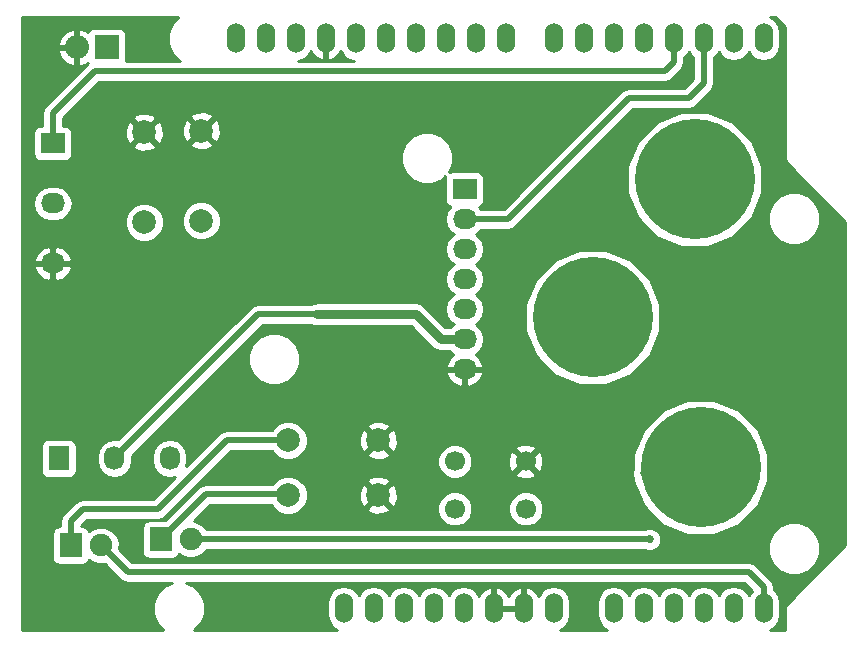
<source format=gtl>
G04 #@! TF.FileFunction,Copper,L1,Top,Signal*
%FSLAX46Y46*%
G04 Gerber Fmt 4.6, Leading zero omitted, Abs format (unit mm)*
G04 Created by KiCad (PCBNEW 4.0.1-3.201512221402+6198~38~ubuntu14.04.1-stable) date Sun 14 Feb 2016 09:49:56 PM PST*
%MOMM*%
G01*
G04 APERTURE LIST*
%ADD10C,0.100000*%
%ADD11O,1.524000X2.540000*%
%ADD12R,2.032000X1.727200*%
%ADD13O,2.032000X1.727200*%
%ADD14C,1.998980*%
%ADD15C,10.160000*%
%ADD16R,1.900000X2.000000*%
%ADD17C,1.900000*%
%ADD18R,2.032000X2.032000*%
%ADD19O,2.032000X2.032000*%
%ADD20C,1.700000*%
%ADD21R,1.727200X2.032000*%
%ADD22O,1.727200X2.032000*%
%ADD23C,0.685800*%
%ADD24C,0.508000*%
%ADD25C,0.762000*%
%ADD26C,0.330200*%
%ADD27C,0.254000*%
G04 APERTURE END LIST*
D10*
D11*
X151130000Y-115570000D03*
X148590000Y-115570000D03*
X146050000Y-115570000D03*
X138430000Y-115570000D03*
X140970000Y-115570000D03*
X143510000Y-115570000D03*
X133350000Y-115570000D03*
X130810000Y-115570000D03*
X128270000Y-115570000D03*
X123190000Y-115570000D03*
X120650000Y-115570000D03*
X151130000Y-67310000D03*
X148590000Y-67310000D03*
X146050000Y-67310000D03*
X143510000Y-67310000D03*
X140970000Y-67310000D03*
X138430000Y-67310000D03*
X135890000Y-67310000D03*
X133350000Y-67310000D03*
X129286000Y-67310000D03*
X126746000Y-67310000D03*
X124206000Y-67310000D03*
X121666000Y-67310000D03*
X119126000Y-67310000D03*
X116586000Y-67310000D03*
X114046000Y-67310000D03*
X111506000Y-67310000D03*
X125730000Y-115570000D03*
X108966000Y-67310000D03*
X106426000Y-67310000D03*
X118110000Y-115570000D03*
X115570000Y-115570000D03*
D12*
X125793500Y-80073500D03*
D13*
X125793500Y-82613500D03*
X125793500Y-85153500D03*
X125793500Y-87693500D03*
X125793500Y-90233500D03*
X125793500Y-92773500D03*
X125793500Y-95313500D03*
D14*
X110871000Y-101346000D03*
X118491000Y-101346000D03*
X110871000Y-105981500D03*
X118491000Y-105981500D03*
X103505000Y-82740500D03*
X103505000Y-75120500D03*
X98679000Y-82867500D03*
X98679000Y-75247500D03*
D15*
X145796000Y-103632000D03*
X145288000Y-79248000D03*
X136652000Y-90932000D03*
D16*
X92456000Y-110236000D03*
D17*
X94996000Y-110236000D03*
D16*
X100076000Y-109728000D03*
D17*
X102616000Y-109728000D03*
D12*
X90932000Y-76200000D03*
D13*
X90932000Y-81280000D03*
X90932000Y-86360000D03*
D18*
X95504000Y-68072000D03*
D19*
X92964000Y-68072000D03*
D20*
X130968000Y-107124000D03*
X124968000Y-107124000D03*
X130968000Y-103124000D03*
X124968000Y-103124000D03*
D21*
X91440000Y-102870000D03*
D22*
X96139000Y-102870000D03*
X100838000Y-102870000D03*
D23*
X113284000Y-90678000D03*
X141478000Y-109728000D03*
X140970000Y-104140000D03*
X144780000Y-74930000D03*
X133350000Y-87630000D03*
D24*
X125793500Y-92773500D02*
X125539500Y-92773500D01*
D25*
X113284000Y-90678000D02*
X121666000Y-90678000D01*
X123761500Y-92773500D02*
X125793500Y-92773500D01*
X121666000Y-90678000D02*
X123761500Y-92773500D01*
D24*
X112268000Y-90678000D02*
X113284000Y-90678000D01*
X125539500Y-92773500D02*
X125476000Y-92710000D01*
X112268000Y-90678000D02*
X108331000Y-90678000D01*
X108331000Y-90678000D02*
X96139000Y-102870000D01*
X92456000Y-110236000D02*
X92456000Y-108204000D01*
X105664000Y-101346000D02*
X110871000Y-101346000D01*
X99822000Y-107188000D02*
X105664000Y-101346000D01*
X93472000Y-107188000D02*
X99822000Y-107188000D01*
X92456000Y-108204000D02*
X93472000Y-107188000D01*
X149860000Y-112522000D02*
X97282000Y-112522000D01*
X97282000Y-112522000D02*
X94996000Y-110236000D01*
X151130000Y-115570000D02*
X151130000Y-113792000D01*
X151130000Y-113792000D02*
X149860000Y-112522000D01*
X100076000Y-109728000D02*
X103886000Y-105918000D01*
X103886000Y-105918000D02*
X110807500Y-105918000D01*
X110807500Y-105918000D02*
X110871000Y-105981500D01*
X102616000Y-109728000D02*
X141478000Y-109728000D01*
D26*
X140970000Y-104140000D02*
X141224000Y-103886000D01*
X141224000Y-103886000D02*
X145605500Y-103886000D01*
X144780000Y-74930000D02*
X145288000Y-75438000D01*
X145288000Y-75438000D02*
X145288000Y-78930500D01*
X133350000Y-87630000D02*
X135572500Y-89852500D01*
X135572500Y-89852500D02*
X135572500Y-91313000D01*
D24*
X125793500Y-82613500D02*
X129476500Y-82613500D01*
X146050000Y-71120000D02*
X144780000Y-72390000D01*
X144780000Y-72390000D02*
X139700000Y-72390000D01*
X139700000Y-72390000D02*
X135890000Y-76200000D01*
X146050000Y-71120000D02*
X146050000Y-67310000D01*
X129476500Y-82613500D02*
X135890000Y-76200000D01*
X143510000Y-69342000D02*
X143510000Y-67310000D01*
X142748000Y-70104000D02*
X143510000Y-69342000D01*
X94488000Y-70104000D02*
X142748000Y-70104000D01*
X90932000Y-73660000D02*
X94488000Y-70104000D01*
X90932000Y-76200000D02*
X90932000Y-73660000D01*
D27*
G36*
X150132336Y-114051572D02*
X149860000Y-114459150D01*
X149577828Y-114036851D01*
X149124609Y-113734019D01*
X148590000Y-113627679D01*
X148055391Y-113734019D01*
X147602172Y-114036851D01*
X147320000Y-114459150D01*
X147037828Y-114036851D01*
X146584609Y-113734019D01*
X146050000Y-113627679D01*
X145515391Y-113734019D01*
X145062172Y-114036851D01*
X144780000Y-114459150D01*
X144497828Y-114036851D01*
X144044609Y-113734019D01*
X143510000Y-113627679D01*
X142975391Y-113734019D01*
X142522172Y-114036851D01*
X142240000Y-114459150D01*
X141957828Y-114036851D01*
X141504609Y-113734019D01*
X140970000Y-113627679D01*
X140435391Y-113734019D01*
X139982172Y-114036851D01*
X139700000Y-114459150D01*
X139417828Y-114036851D01*
X138964609Y-113734019D01*
X138430000Y-113627679D01*
X137895391Y-113734019D01*
X137442172Y-114036851D01*
X137139340Y-114490070D01*
X137033000Y-115024679D01*
X137033000Y-116115321D01*
X137139340Y-116649930D01*
X137442172Y-117103149D01*
X137886440Y-117400000D01*
X133893560Y-117400000D01*
X134337828Y-117103149D01*
X134640660Y-116649930D01*
X134747000Y-116115321D01*
X134747000Y-115024679D01*
X134640660Y-114490070D01*
X134337828Y-114036851D01*
X133884609Y-113734019D01*
X133350000Y-113627679D01*
X132815391Y-113734019D01*
X132362172Y-114036851D01*
X132070670Y-114473113D01*
X132052059Y-114410059D01*
X131708026Y-113984370D01*
X131227277Y-113722740D01*
X131153070Y-113707780D01*
X130937000Y-113830280D01*
X130937000Y-115443000D01*
X130957000Y-115443000D01*
X130957000Y-115697000D01*
X130937000Y-115697000D01*
X130937000Y-115717000D01*
X130683000Y-115717000D01*
X130683000Y-115697000D01*
X128397000Y-115697000D01*
X128397000Y-115717000D01*
X128143000Y-115717000D01*
X128143000Y-115697000D01*
X128123000Y-115697000D01*
X128123000Y-115443000D01*
X128143000Y-115443000D01*
X128143000Y-113830280D01*
X128397000Y-113830280D01*
X128397000Y-115443000D01*
X130683000Y-115443000D01*
X130683000Y-113830280D01*
X130466930Y-113707780D01*
X130392723Y-113722740D01*
X129911974Y-113984370D01*
X129567941Y-114410059D01*
X129540000Y-114504723D01*
X129512059Y-114410059D01*
X129168026Y-113984370D01*
X128687277Y-113722740D01*
X128613070Y-113707780D01*
X128397000Y-113830280D01*
X128143000Y-113830280D01*
X127926930Y-113707780D01*
X127852723Y-113722740D01*
X127371974Y-113984370D01*
X127027941Y-114410059D01*
X127009330Y-114473113D01*
X126717828Y-114036851D01*
X126264609Y-113734019D01*
X125730000Y-113627679D01*
X125195391Y-113734019D01*
X124742172Y-114036851D01*
X124460000Y-114459150D01*
X124177828Y-114036851D01*
X123724609Y-113734019D01*
X123190000Y-113627679D01*
X122655391Y-113734019D01*
X122202172Y-114036851D01*
X121920000Y-114459150D01*
X121637828Y-114036851D01*
X121184609Y-113734019D01*
X120650000Y-113627679D01*
X120115391Y-113734019D01*
X119662172Y-114036851D01*
X119380000Y-114459150D01*
X119097828Y-114036851D01*
X118644609Y-113734019D01*
X118110000Y-113627679D01*
X117575391Y-113734019D01*
X117122172Y-114036851D01*
X116840000Y-114459150D01*
X116557828Y-114036851D01*
X116104609Y-113734019D01*
X115570000Y-113627679D01*
X115035391Y-113734019D01*
X114582172Y-114036851D01*
X114279340Y-114490070D01*
X114173000Y-115024679D01*
X114173000Y-116115321D01*
X114279340Y-116649930D01*
X114582172Y-117103149D01*
X115026440Y-117400000D01*
X102912639Y-117400000D01*
X103483045Y-116830589D01*
X103822113Y-116014022D01*
X103822885Y-115129857D01*
X103485242Y-114312700D01*
X102860589Y-113686955D01*
X102196015Y-113411000D01*
X149491764Y-113411000D01*
X150132336Y-114051572D01*
X150132336Y-114051572D01*
G37*
X150132336Y-114051572D02*
X149860000Y-114459150D01*
X149577828Y-114036851D01*
X149124609Y-113734019D01*
X148590000Y-113627679D01*
X148055391Y-113734019D01*
X147602172Y-114036851D01*
X147320000Y-114459150D01*
X147037828Y-114036851D01*
X146584609Y-113734019D01*
X146050000Y-113627679D01*
X145515391Y-113734019D01*
X145062172Y-114036851D01*
X144780000Y-114459150D01*
X144497828Y-114036851D01*
X144044609Y-113734019D01*
X143510000Y-113627679D01*
X142975391Y-113734019D01*
X142522172Y-114036851D01*
X142240000Y-114459150D01*
X141957828Y-114036851D01*
X141504609Y-113734019D01*
X140970000Y-113627679D01*
X140435391Y-113734019D01*
X139982172Y-114036851D01*
X139700000Y-114459150D01*
X139417828Y-114036851D01*
X138964609Y-113734019D01*
X138430000Y-113627679D01*
X137895391Y-113734019D01*
X137442172Y-114036851D01*
X137139340Y-114490070D01*
X137033000Y-115024679D01*
X137033000Y-116115321D01*
X137139340Y-116649930D01*
X137442172Y-117103149D01*
X137886440Y-117400000D01*
X133893560Y-117400000D01*
X134337828Y-117103149D01*
X134640660Y-116649930D01*
X134747000Y-116115321D01*
X134747000Y-115024679D01*
X134640660Y-114490070D01*
X134337828Y-114036851D01*
X133884609Y-113734019D01*
X133350000Y-113627679D01*
X132815391Y-113734019D01*
X132362172Y-114036851D01*
X132070670Y-114473113D01*
X132052059Y-114410059D01*
X131708026Y-113984370D01*
X131227277Y-113722740D01*
X131153070Y-113707780D01*
X130937000Y-113830280D01*
X130937000Y-115443000D01*
X130957000Y-115443000D01*
X130957000Y-115697000D01*
X130937000Y-115697000D01*
X130937000Y-115717000D01*
X130683000Y-115717000D01*
X130683000Y-115697000D01*
X128397000Y-115697000D01*
X128397000Y-115717000D01*
X128143000Y-115717000D01*
X128143000Y-115697000D01*
X128123000Y-115697000D01*
X128123000Y-115443000D01*
X128143000Y-115443000D01*
X128143000Y-113830280D01*
X128397000Y-113830280D01*
X128397000Y-115443000D01*
X130683000Y-115443000D01*
X130683000Y-113830280D01*
X130466930Y-113707780D01*
X130392723Y-113722740D01*
X129911974Y-113984370D01*
X129567941Y-114410059D01*
X129540000Y-114504723D01*
X129512059Y-114410059D01*
X129168026Y-113984370D01*
X128687277Y-113722740D01*
X128613070Y-113707780D01*
X128397000Y-113830280D01*
X128143000Y-113830280D01*
X127926930Y-113707780D01*
X127852723Y-113722740D01*
X127371974Y-113984370D01*
X127027941Y-114410059D01*
X127009330Y-114473113D01*
X126717828Y-114036851D01*
X126264609Y-113734019D01*
X125730000Y-113627679D01*
X125195391Y-113734019D01*
X124742172Y-114036851D01*
X124460000Y-114459150D01*
X124177828Y-114036851D01*
X123724609Y-113734019D01*
X123190000Y-113627679D01*
X122655391Y-113734019D01*
X122202172Y-114036851D01*
X121920000Y-114459150D01*
X121637828Y-114036851D01*
X121184609Y-113734019D01*
X120650000Y-113627679D01*
X120115391Y-113734019D01*
X119662172Y-114036851D01*
X119380000Y-114459150D01*
X119097828Y-114036851D01*
X118644609Y-113734019D01*
X118110000Y-113627679D01*
X117575391Y-113734019D01*
X117122172Y-114036851D01*
X116840000Y-114459150D01*
X116557828Y-114036851D01*
X116104609Y-113734019D01*
X115570000Y-113627679D01*
X115035391Y-113734019D01*
X114582172Y-114036851D01*
X114279340Y-114490070D01*
X114173000Y-115024679D01*
X114173000Y-116115321D01*
X114279340Y-116649930D01*
X114582172Y-117103149D01*
X115026440Y-117400000D01*
X102912639Y-117400000D01*
X103483045Y-116830589D01*
X103822113Y-116014022D01*
X103822885Y-115129857D01*
X103485242Y-114312700D01*
X102860589Y-113686955D01*
X102196015Y-113411000D01*
X149491764Y-113411000D01*
X150132336Y-114051572D01*
G36*
X100986955Y-66049411D02*
X100647887Y-66865978D01*
X100647115Y-67750143D01*
X100984758Y-68567300D01*
X101609411Y-69193045D01*
X101662285Y-69215000D01*
X97141722Y-69215000D01*
X97167440Y-69088000D01*
X97167440Y-67056000D01*
X97123162Y-66820683D01*
X96984090Y-66604559D01*
X96771890Y-66459569D01*
X96520000Y-66408560D01*
X94488000Y-66408560D01*
X94252683Y-66452838D01*
X94036559Y-66591910D01*
X93925160Y-66754948D01*
X93828818Y-66665615D01*
X93346944Y-66466025D01*
X93091000Y-66585164D01*
X93091000Y-67945000D01*
X93111000Y-67945000D01*
X93111000Y-68199000D01*
X93091000Y-68199000D01*
X93091000Y-69558836D01*
X93346944Y-69677975D01*
X93828818Y-69478385D01*
X93926398Y-69387903D01*
X93945613Y-69417764D01*
X93859382Y-69475382D01*
X90303382Y-73031382D01*
X90110671Y-73319794D01*
X90043000Y-73660000D01*
X90043000Y-74688960D01*
X89916000Y-74688960D01*
X89680683Y-74733238D01*
X89464559Y-74872310D01*
X89319569Y-75084510D01*
X89268560Y-75336400D01*
X89268560Y-77063600D01*
X89312838Y-77298917D01*
X89451910Y-77515041D01*
X89664110Y-77660031D01*
X89916000Y-77711040D01*
X91948000Y-77711040D01*
X92183317Y-77666762D01*
X92399441Y-77527690D01*
X92544431Y-77315490D01*
X92595440Y-77063600D01*
X92595440Y-76399663D01*
X97706443Y-76399663D01*
X97805042Y-76666465D01*
X98414582Y-76892901D01*
X99064377Y-76868841D01*
X99552958Y-76666465D01*
X99651557Y-76399663D01*
X99524558Y-76272663D01*
X102532443Y-76272663D01*
X102631042Y-76539465D01*
X103240582Y-76765901D01*
X103890377Y-76741841D01*
X104378958Y-76539465D01*
X104477557Y-76272663D01*
X103505000Y-75300105D01*
X102532443Y-76272663D01*
X99524558Y-76272663D01*
X98679000Y-75427105D01*
X97706443Y-76399663D01*
X92595440Y-76399663D01*
X92595440Y-75336400D01*
X92551162Y-75101083D01*
X92475231Y-74983082D01*
X97033599Y-74983082D01*
X97057659Y-75632877D01*
X97260035Y-76121458D01*
X97526837Y-76220057D01*
X98499395Y-75247500D01*
X98858605Y-75247500D01*
X99831163Y-76220057D01*
X100097965Y-76121458D01*
X100324401Y-75511918D01*
X100300341Y-74862123D01*
X100297839Y-74856082D01*
X101859599Y-74856082D01*
X101883659Y-75505877D01*
X102086035Y-75994458D01*
X102352837Y-76093057D01*
X103325395Y-75120500D01*
X103684605Y-75120500D01*
X104657163Y-76093057D01*
X104923965Y-75994458D01*
X105150401Y-75384918D01*
X105126341Y-74735123D01*
X104923965Y-74246542D01*
X104657163Y-74147943D01*
X103684605Y-75120500D01*
X103325395Y-75120500D01*
X102352837Y-74147943D01*
X102086035Y-74246542D01*
X101859599Y-74856082D01*
X100297839Y-74856082D01*
X100097965Y-74373542D01*
X99831163Y-74274943D01*
X98858605Y-75247500D01*
X98499395Y-75247500D01*
X97526837Y-74274943D01*
X97260035Y-74373542D01*
X97033599Y-74983082D01*
X92475231Y-74983082D01*
X92412090Y-74884959D01*
X92199890Y-74739969D01*
X91948000Y-74688960D01*
X91821000Y-74688960D01*
X91821000Y-74095337D01*
X97706443Y-74095337D01*
X98679000Y-75067895D01*
X99651557Y-74095337D01*
X99604624Y-73968337D01*
X102532443Y-73968337D01*
X103505000Y-74940895D01*
X104477557Y-73968337D01*
X104378958Y-73701535D01*
X103769418Y-73475099D01*
X103119623Y-73499159D01*
X102631042Y-73701535D01*
X102532443Y-73968337D01*
X99604624Y-73968337D01*
X99552958Y-73828535D01*
X98943418Y-73602099D01*
X98293623Y-73626159D01*
X97805042Y-73828535D01*
X97706443Y-74095337D01*
X91821000Y-74095337D01*
X91821000Y-74028236D01*
X94856236Y-70993000D01*
X142748000Y-70993000D01*
X143088206Y-70925329D01*
X143376618Y-70732618D01*
X144138618Y-69970618D01*
X144331329Y-69682206D01*
X144399000Y-69342000D01*
X144399000Y-68909184D01*
X144497828Y-68843149D01*
X144780000Y-68420850D01*
X145062172Y-68843149D01*
X145161000Y-68909184D01*
X145161000Y-70751764D01*
X144411764Y-71501000D01*
X139700000Y-71501000D01*
X139359795Y-71568670D01*
X139071382Y-71761382D01*
X129108264Y-81724500D01*
X127151953Y-81724500D01*
X127037915Y-81553830D01*
X127023587Y-81544257D01*
X127044817Y-81540262D01*
X127260941Y-81401190D01*
X127405931Y-81188990D01*
X127456940Y-80937100D01*
X127456940Y-79209900D01*
X127412662Y-78974583D01*
X127273590Y-78758459D01*
X127061390Y-78613469D01*
X126809500Y-78562460D01*
X124777500Y-78562460D01*
X124542183Y-78606738D01*
X124502160Y-78632492D01*
X124827916Y-77847985D01*
X124828683Y-76968872D01*
X124492970Y-76156384D01*
X123871886Y-75534215D01*
X123059985Y-75197084D01*
X122180872Y-75196317D01*
X121368384Y-75532030D01*
X120746215Y-76153114D01*
X120409084Y-76965015D01*
X120408317Y-77844128D01*
X120744030Y-78656616D01*
X121365114Y-79278785D01*
X122177015Y-79615916D01*
X123056128Y-79616683D01*
X123868616Y-79280970D01*
X124178264Y-78971862D01*
X124130060Y-79209900D01*
X124130060Y-80937100D01*
X124174338Y-81172417D01*
X124313410Y-81388541D01*
X124525610Y-81533531D01*
X124566939Y-81541900D01*
X124549085Y-81553830D01*
X124224229Y-82040011D01*
X124110155Y-82613500D01*
X124224229Y-83186989D01*
X124549085Y-83673170D01*
X124863866Y-83883500D01*
X124549085Y-84093830D01*
X124224229Y-84580011D01*
X124110155Y-85153500D01*
X124224229Y-85726989D01*
X124549085Y-86213170D01*
X124863866Y-86423500D01*
X124549085Y-86633830D01*
X124224229Y-87120011D01*
X124110155Y-87693500D01*
X124224229Y-88266989D01*
X124549085Y-88753170D01*
X124863866Y-88963500D01*
X124549085Y-89173830D01*
X124224229Y-89660011D01*
X124110155Y-90233500D01*
X124224229Y-90806989D01*
X124549085Y-91293170D01*
X124863866Y-91503500D01*
X124549085Y-91713830D01*
X124519906Y-91757500D01*
X124182341Y-91757500D01*
X122384420Y-89959580D01*
X122054807Y-89739338D01*
X121990300Y-89726507D01*
X121666000Y-89662000D01*
X113284000Y-89662000D01*
X113093294Y-89699934D01*
X113090337Y-89699931D01*
X113087580Y-89701070D01*
X112895194Y-89739338D01*
X112820870Y-89789000D01*
X108331000Y-89789000D01*
X107990794Y-89856671D01*
X107836780Y-89959580D01*
X107702382Y-90049382D01*
X96494413Y-101257351D01*
X96139000Y-101186655D01*
X95565511Y-101300729D01*
X95079330Y-101625585D01*
X94754474Y-102111766D01*
X94640400Y-102685255D01*
X94640400Y-103054745D01*
X94754474Y-103628234D01*
X95079330Y-104114415D01*
X95565511Y-104439271D01*
X96139000Y-104553345D01*
X96712489Y-104439271D01*
X97198670Y-104114415D01*
X97523526Y-103628234D01*
X97637600Y-103054745D01*
X97637600Y-102685255D01*
X97628206Y-102638030D01*
X105404108Y-94862128D01*
X107454317Y-94862128D01*
X107790030Y-95674616D01*
X108411114Y-96296785D01*
X109223015Y-96633916D01*
X110102128Y-96634683D01*
X110914616Y-96298970D01*
X111536785Y-95677886D01*
X111539010Y-95672526D01*
X124186142Y-95672526D01*
X124188791Y-95688291D01*
X124442768Y-96215536D01*
X124879180Y-96605454D01*
X125431587Y-96798684D01*
X125666500Y-96654424D01*
X125666500Y-95440500D01*
X125920500Y-95440500D01*
X125920500Y-96654424D01*
X126155413Y-96798684D01*
X126707820Y-96605454D01*
X127144232Y-96215536D01*
X127398209Y-95688291D01*
X127400858Y-95672526D01*
X127279717Y-95440500D01*
X125920500Y-95440500D01*
X125666500Y-95440500D01*
X124307283Y-95440500D01*
X124186142Y-95672526D01*
X111539010Y-95672526D01*
X111873916Y-94865985D01*
X111874683Y-93986872D01*
X111538970Y-93174384D01*
X110917886Y-92552215D01*
X110105985Y-92215084D01*
X109226872Y-92214317D01*
X108414384Y-92550030D01*
X107792215Y-93171114D01*
X107455084Y-93983015D01*
X107454317Y-94862128D01*
X105404108Y-94862128D01*
X108699236Y-91567000D01*
X112820870Y-91567000D01*
X112895194Y-91616662D01*
X113085896Y-91654595D01*
X113088630Y-91655730D01*
X113091616Y-91655733D01*
X113284000Y-91694000D01*
X121245160Y-91694000D01*
X123043080Y-93491921D01*
X123372693Y-93712162D01*
X123761500Y-93789500D01*
X124519906Y-93789500D01*
X124549085Y-93833170D01*
X124858569Y-94039961D01*
X124442768Y-94411464D01*
X124188791Y-94938709D01*
X124186142Y-94954474D01*
X124307283Y-95186500D01*
X125666500Y-95186500D01*
X125666500Y-95166500D01*
X125920500Y-95166500D01*
X125920500Y-95186500D01*
X127279717Y-95186500D01*
X127400858Y-94954474D01*
X127398209Y-94938709D01*
X127144232Y-94411464D01*
X126728431Y-94039961D01*
X127037915Y-93833170D01*
X127362771Y-93346989D01*
X127476845Y-92773500D01*
X127362771Y-92200011D01*
X127271755Y-92063796D01*
X130936011Y-92063796D01*
X131804234Y-94165058D01*
X133410486Y-95774116D01*
X135510229Y-96646005D01*
X137783796Y-96647989D01*
X139885058Y-95779766D01*
X141494116Y-94173514D01*
X142366005Y-92073771D01*
X142367989Y-89800204D01*
X141499766Y-87698942D01*
X139893514Y-86089884D01*
X137793771Y-85217995D01*
X135520204Y-85216011D01*
X133418942Y-86084234D01*
X131809884Y-87690486D01*
X130937995Y-89790229D01*
X130936011Y-92063796D01*
X127271755Y-92063796D01*
X127037915Y-91713830D01*
X126723134Y-91503500D01*
X127037915Y-91293170D01*
X127362771Y-90806989D01*
X127476845Y-90233500D01*
X127362771Y-89660011D01*
X127037915Y-89173830D01*
X126723134Y-88963500D01*
X127037915Y-88753170D01*
X127362771Y-88266989D01*
X127476845Y-87693500D01*
X127362771Y-87120011D01*
X127037915Y-86633830D01*
X126723134Y-86423500D01*
X127037915Y-86213170D01*
X127362771Y-85726989D01*
X127476845Y-85153500D01*
X127362771Y-84580011D01*
X127037915Y-84093830D01*
X126723134Y-83883500D01*
X127037915Y-83673170D01*
X127151953Y-83502500D01*
X129476500Y-83502500D01*
X129816706Y-83434829D01*
X130105118Y-83242118D01*
X132967440Y-80379796D01*
X139572011Y-80379796D01*
X140440234Y-82481058D01*
X142046486Y-84090116D01*
X144146229Y-84962005D01*
X146419796Y-84963989D01*
X148521058Y-84095766D01*
X149628612Y-82990143D01*
X151447115Y-82990143D01*
X151784758Y-83807300D01*
X152409411Y-84433045D01*
X153225978Y-84772113D01*
X154110143Y-84772885D01*
X154927300Y-84435242D01*
X155553045Y-83810589D01*
X155892113Y-82994022D01*
X155892885Y-82109857D01*
X155555242Y-81292700D01*
X154930589Y-80666955D01*
X154114022Y-80327887D01*
X153229857Y-80327115D01*
X152412700Y-80664758D01*
X151786955Y-81289411D01*
X151447887Y-82105978D01*
X151447115Y-82990143D01*
X149628612Y-82990143D01*
X150130116Y-82489514D01*
X151002005Y-80389771D01*
X151003989Y-78116204D01*
X150135766Y-76014942D01*
X148529514Y-74405884D01*
X146429771Y-73533995D01*
X144156204Y-73532011D01*
X142054942Y-74400234D01*
X140445884Y-76006486D01*
X139573995Y-78106229D01*
X139572011Y-80379796D01*
X132967440Y-80379796D01*
X140068236Y-73279000D01*
X144780000Y-73279000D01*
X145120206Y-73211329D01*
X145408618Y-73018618D01*
X146678618Y-71748618D01*
X146871329Y-71460206D01*
X146939000Y-71120000D01*
X146939000Y-68909184D01*
X147037828Y-68843149D01*
X147320000Y-68420850D01*
X147602172Y-68843149D01*
X148055391Y-69145981D01*
X148590000Y-69252321D01*
X149124609Y-69145981D01*
X149577828Y-68843149D01*
X149860000Y-68420850D01*
X150142172Y-68843149D01*
X150595391Y-69145981D01*
X151130000Y-69252321D01*
X151664609Y-69145981D01*
X152117828Y-68843149D01*
X152420660Y-68389930D01*
X152527000Y-67855321D01*
X152527000Y-66764679D01*
X152420660Y-66230070D01*
X152117828Y-65776851D01*
X151673560Y-65480000D01*
X152105908Y-65480000D01*
X152960000Y-66334092D01*
X152960000Y-77470000D01*
X153014046Y-77741705D01*
X153167954Y-77972046D01*
X158040000Y-82844092D01*
X158040000Y-110195908D01*
X153167954Y-115067954D01*
X153014046Y-115298295D01*
X152960000Y-115570000D01*
X152960000Y-117400000D01*
X151673560Y-117400000D01*
X152117828Y-117103149D01*
X152420660Y-116649930D01*
X152527000Y-116115321D01*
X152527000Y-115024679D01*
X152420660Y-114490070D01*
X152117828Y-114036851D01*
X152019000Y-113970816D01*
X152019000Y-113792000D01*
X151951329Y-113451794D01*
X151758618Y-113163382D01*
X150488618Y-111893382D01*
X150407472Y-111839162D01*
X150200206Y-111700671D01*
X149860000Y-111633000D01*
X97650236Y-111633000D01*
X96577547Y-110560311D01*
X96580724Y-110552659D01*
X96581275Y-109922107D01*
X96340481Y-109339343D01*
X95895003Y-108893086D01*
X95497432Y-108728000D01*
X98478560Y-108728000D01*
X98478560Y-110728000D01*
X98522838Y-110963317D01*
X98661910Y-111179441D01*
X98874110Y-111324431D01*
X99126000Y-111375440D01*
X101026000Y-111375440D01*
X101261317Y-111331162D01*
X101477441Y-111192090D01*
X101622431Y-110979890D01*
X101623055Y-110976808D01*
X101716997Y-111070914D01*
X102299341Y-111312724D01*
X102929893Y-111313275D01*
X103512657Y-111072481D01*
X103655243Y-110930143D01*
X151447115Y-110930143D01*
X151784758Y-111747300D01*
X152409411Y-112373045D01*
X153225978Y-112712113D01*
X154110143Y-112712885D01*
X154927300Y-112375242D01*
X155553045Y-111750589D01*
X155892113Y-110934022D01*
X155892885Y-110049857D01*
X155555242Y-109232700D01*
X154930589Y-108606955D01*
X154114022Y-108267887D01*
X153229857Y-108267115D01*
X152412700Y-108604758D01*
X151786955Y-109229411D01*
X151447887Y-110045978D01*
X151447115Y-110930143D01*
X103655243Y-110930143D01*
X103958914Y-110627003D01*
X103963068Y-110617000D01*
X141068945Y-110617000D01*
X141282630Y-110705730D01*
X141671663Y-110706069D01*
X142031212Y-110557507D01*
X142306540Y-110282659D01*
X142455730Y-109923370D01*
X142456069Y-109534337D01*
X142307507Y-109174788D01*
X142032659Y-108899460D01*
X141673370Y-108750270D01*
X141284337Y-108749931D01*
X141068773Y-108839000D01*
X103963645Y-108839000D01*
X103960481Y-108831343D01*
X103515003Y-108385086D01*
X102932659Y-108143276D01*
X102917973Y-108143263D01*
X104254236Y-106807000D01*
X109443568Y-106807000D01*
X109484538Y-106906155D01*
X109943927Y-107366346D01*
X110544453Y-107615706D01*
X111194694Y-107616274D01*
X111795655Y-107367962D01*
X112030363Y-107133663D01*
X117518443Y-107133663D01*
X117617042Y-107400465D01*
X118226582Y-107626901D01*
X118876377Y-107602841D01*
X119322409Y-107418089D01*
X123482743Y-107418089D01*
X123708344Y-107964086D01*
X124125717Y-108382188D01*
X124671319Y-108608742D01*
X125262089Y-108609257D01*
X125808086Y-108383656D01*
X126226188Y-107966283D01*
X126452742Y-107420681D01*
X126452744Y-107418089D01*
X129482743Y-107418089D01*
X129708344Y-107964086D01*
X130125717Y-108382188D01*
X130671319Y-108608742D01*
X131262089Y-108609257D01*
X131808086Y-108383656D01*
X132226188Y-107966283D01*
X132452742Y-107420681D01*
X132453257Y-106829911D01*
X132227656Y-106283914D01*
X131810283Y-105865812D01*
X131264681Y-105639258D01*
X130673911Y-105638743D01*
X130127914Y-105864344D01*
X129709812Y-106281717D01*
X129483258Y-106827319D01*
X129482743Y-107418089D01*
X126452744Y-107418089D01*
X126453257Y-106829911D01*
X126227656Y-106283914D01*
X125810283Y-105865812D01*
X125264681Y-105639258D01*
X124673911Y-105638743D01*
X124127914Y-105864344D01*
X123709812Y-106281717D01*
X123483258Y-106827319D01*
X123482743Y-107418089D01*
X119322409Y-107418089D01*
X119364958Y-107400465D01*
X119463557Y-107133663D01*
X118491000Y-106161105D01*
X117518443Y-107133663D01*
X112030363Y-107133663D01*
X112255846Y-106908573D01*
X112505206Y-106308047D01*
X112505722Y-105717082D01*
X116845599Y-105717082D01*
X116869659Y-106366877D01*
X117072035Y-106855458D01*
X117338837Y-106954057D01*
X118311395Y-105981500D01*
X118670605Y-105981500D01*
X119643163Y-106954057D01*
X119909965Y-106855458D01*
X120136401Y-106245918D01*
X120112341Y-105596123D01*
X119909965Y-105107542D01*
X119643163Y-105008943D01*
X118670605Y-105981500D01*
X118311395Y-105981500D01*
X117338837Y-105008943D01*
X117072035Y-105107542D01*
X116845599Y-105717082D01*
X112505722Y-105717082D01*
X112505774Y-105657806D01*
X112257462Y-105056845D01*
X112030351Y-104829337D01*
X117518443Y-104829337D01*
X118491000Y-105801895D01*
X119463557Y-104829337D01*
X119364958Y-104562535D01*
X118755418Y-104336099D01*
X118105623Y-104360159D01*
X117617042Y-104562535D01*
X117518443Y-104829337D01*
X112030351Y-104829337D01*
X111798073Y-104596654D01*
X111197547Y-104347294D01*
X110547306Y-104346726D01*
X109946345Y-104595038D01*
X109511625Y-105029000D01*
X103886000Y-105029000D01*
X103545795Y-105096670D01*
X103257382Y-105289382D01*
X100466204Y-108080560D01*
X99126000Y-108080560D01*
X98890683Y-108124838D01*
X98674559Y-108263910D01*
X98529569Y-108476110D01*
X98478560Y-108728000D01*
X95497432Y-108728000D01*
X95312659Y-108651276D01*
X94682107Y-108650725D01*
X94099343Y-108891519D01*
X94001663Y-108989029D01*
X93870090Y-108784559D01*
X93657890Y-108639569D01*
X93406000Y-108588560D01*
X93345000Y-108588560D01*
X93345000Y-108572236D01*
X93840236Y-108077000D01*
X99822000Y-108077000D01*
X100162206Y-108009329D01*
X100450618Y-107816618D01*
X104849147Y-103418089D01*
X123482743Y-103418089D01*
X123708344Y-103964086D01*
X124125717Y-104382188D01*
X124671319Y-104608742D01*
X125262089Y-104609257D01*
X125808086Y-104383656D01*
X126024160Y-104167958D01*
X130103647Y-104167958D01*
X130183920Y-104419259D01*
X130739279Y-104620718D01*
X131329458Y-104594315D01*
X131752080Y-104419259D01*
X131779421Y-104333663D01*
X139991931Y-104333663D01*
X140080200Y-104547291D01*
X140080011Y-104763796D01*
X140948234Y-106865058D01*
X142554486Y-108474116D01*
X144654229Y-109346005D01*
X146927796Y-109347989D01*
X149029058Y-108479766D01*
X150638116Y-106873514D01*
X151510005Y-104773771D01*
X151511989Y-102500204D01*
X150643766Y-100398942D01*
X149037514Y-98789884D01*
X146937771Y-97917995D01*
X144664204Y-97916011D01*
X142562942Y-98784234D01*
X140953884Y-100390486D01*
X140081995Y-102490229D01*
X140080912Y-103731156D01*
X139992270Y-103944630D01*
X139991931Y-104333663D01*
X131779421Y-104333663D01*
X131832353Y-104167958D01*
X130968000Y-103303605D01*
X130103647Y-104167958D01*
X126024160Y-104167958D01*
X126226188Y-103966283D01*
X126452742Y-103420681D01*
X126453200Y-102895279D01*
X129471282Y-102895279D01*
X129497685Y-103485458D01*
X129672741Y-103908080D01*
X129924042Y-103988353D01*
X130788395Y-103124000D01*
X131147605Y-103124000D01*
X132011958Y-103988353D01*
X132263259Y-103908080D01*
X132464718Y-103352721D01*
X132438315Y-102762542D01*
X132263259Y-102339920D01*
X132011958Y-102259647D01*
X131147605Y-103124000D01*
X130788395Y-103124000D01*
X129924042Y-102259647D01*
X129672741Y-102339920D01*
X129471282Y-102895279D01*
X126453200Y-102895279D01*
X126453257Y-102829911D01*
X126227656Y-102283914D01*
X126024140Y-102080042D01*
X130103647Y-102080042D01*
X130968000Y-102944395D01*
X131832353Y-102080042D01*
X131752080Y-101828741D01*
X131196721Y-101627282D01*
X130606542Y-101653685D01*
X130183920Y-101828741D01*
X130103647Y-102080042D01*
X126024140Y-102080042D01*
X125810283Y-101865812D01*
X125264681Y-101639258D01*
X124673911Y-101638743D01*
X124127914Y-101864344D01*
X123709812Y-102281717D01*
X123483258Y-102827319D01*
X123482743Y-103418089D01*
X104849147Y-103418089D01*
X106032236Y-102235000D01*
X109469806Y-102235000D01*
X109484538Y-102270655D01*
X109943927Y-102730846D01*
X110544453Y-102980206D01*
X111194694Y-102980774D01*
X111795655Y-102732462D01*
X112030363Y-102498163D01*
X117518443Y-102498163D01*
X117617042Y-102764965D01*
X118226582Y-102991401D01*
X118876377Y-102967341D01*
X119364958Y-102764965D01*
X119463557Y-102498163D01*
X118491000Y-101525605D01*
X117518443Y-102498163D01*
X112030363Y-102498163D01*
X112255846Y-102273073D01*
X112505206Y-101672547D01*
X112505722Y-101081582D01*
X116845599Y-101081582D01*
X116869659Y-101731377D01*
X117072035Y-102219958D01*
X117338837Y-102318557D01*
X118311395Y-101346000D01*
X118670605Y-101346000D01*
X119643163Y-102318557D01*
X119909965Y-102219958D01*
X120136401Y-101610418D01*
X120112341Y-100960623D01*
X119909965Y-100472042D01*
X119643163Y-100373443D01*
X118670605Y-101346000D01*
X118311395Y-101346000D01*
X117338837Y-100373443D01*
X117072035Y-100472042D01*
X116845599Y-101081582D01*
X112505722Y-101081582D01*
X112505774Y-101022306D01*
X112257462Y-100421345D01*
X112030351Y-100193837D01*
X117518443Y-100193837D01*
X118491000Y-101166395D01*
X119463557Y-100193837D01*
X119364958Y-99927035D01*
X118755418Y-99700599D01*
X118105623Y-99724659D01*
X117617042Y-99927035D01*
X117518443Y-100193837D01*
X112030351Y-100193837D01*
X111798073Y-99961154D01*
X111197547Y-99711794D01*
X110547306Y-99711226D01*
X109946345Y-99959538D01*
X109486154Y-100418927D01*
X109470345Y-100457000D01*
X105664000Y-100457000D01*
X105323795Y-100524670D01*
X105035382Y-100717382D01*
X102246859Y-103505905D01*
X102336600Y-103054745D01*
X102336600Y-102685255D01*
X102222526Y-102111766D01*
X101897670Y-101625585D01*
X101411489Y-101300729D01*
X100838000Y-101186655D01*
X100264511Y-101300729D01*
X99778330Y-101625585D01*
X99453474Y-102111766D01*
X99339400Y-102685255D01*
X99339400Y-103054745D01*
X99453474Y-103628234D01*
X99778330Y-104114415D01*
X100264511Y-104439271D01*
X100838000Y-104553345D01*
X101289160Y-104463604D01*
X99453764Y-106299000D01*
X93472000Y-106299000D01*
X93131794Y-106366671D01*
X92862485Y-106546618D01*
X92843382Y-106559382D01*
X91827382Y-107575382D01*
X91634671Y-107863794D01*
X91567000Y-108204000D01*
X91567000Y-108588560D01*
X91506000Y-108588560D01*
X91270683Y-108632838D01*
X91054559Y-108771910D01*
X90909569Y-108984110D01*
X90858560Y-109236000D01*
X90858560Y-111236000D01*
X90902838Y-111471317D01*
X91041910Y-111687441D01*
X91254110Y-111832431D01*
X91506000Y-111883440D01*
X93406000Y-111883440D01*
X93641317Y-111839162D01*
X93857441Y-111700090D01*
X94002431Y-111487890D01*
X94003055Y-111484808D01*
X94096997Y-111578914D01*
X94679341Y-111820724D01*
X95309893Y-111821275D01*
X95319903Y-111817139D01*
X96653382Y-113150618D01*
X96941794Y-113343329D01*
X97282000Y-113411000D01*
X101005244Y-113411000D01*
X100342700Y-113684758D01*
X99716955Y-114309411D01*
X99377887Y-115125978D01*
X99377115Y-116010143D01*
X99714758Y-116827300D01*
X100286459Y-117400000D01*
X88340000Y-117400000D01*
X88340000Y-101854000D01*
X89928960Y-101854000D01*
X89928960Y-103886000D01*
X89973238Y-104121317D01*
X90112310Y-104337441D01*
X90324510Y-104482431D01*
X90576400Y-104533440D01*
X92303600Y-104533440D01*
X92538917Y-104489162D01*
X92755041Y-104350090D01*
X92900031Y-104137890D01*
X92951040Y-103886000D01*
X92951040Y-101854000D01*
X92906762Y-101618683D01*
X92767690Y-101402559D01*
X92555490Y-101257569D01*
X92303600Y-101206560D01*
X90576400Y-101206560D01*
X90341083Y-101250838D01*
X90124959Y-101389910D01*
X89979969Y-101602110D01*
X89928960Y-101854000D01*
X88340000Y-101854000D01*
X88340000Y-86719026D01*
X89324642Y-86719026D01*
X89327291Y-86734791D01*
X89581268Y-87262036D01*
X90017680Y-87651954D01*
X90570087Y-87845184D01*
X90805000Y-87700924D01*
X90805000Y-86487000D01*
X91059000Y-86487000D01*
X91059000Y-87700924D01*
X91293913Y-87845184D01*
X91846320Y-87651954D01*
X92282732Y-87262036D01*
X92536709Y-86734791D01*
X92539358Y-86719026D01*
X92418217Y-86487000D01*
X91059000Y-86487000D01*
X90805000Y-86487000D01*
X89445783Y-86487000D01*
X89324642Y-86719026D01*
X88340000Y-86719026D01*
X88340000Y-86000974D01*
X89324642Y-86000974D01*
X89445783Y-86233000D01*
X90805000Y-86233000D01*
X90805000Y-85019076D01*
X91059000Y-85019076D01*
X91059000Y-86233000D01*
X92418217Y-86233000D01*
X92539358Y-86000974D01*
X92536709Y-85985209D01*
X92282732Y-85457964D01*
X91846320Y-85068046D01*
X91293913Y-84874816D01*
X91059000Y-85019076D01*
X90805000Y-85019076D01*
X90570087Y-84874816D01*
X90017680Y-85068046D01*
X89581268Y-85457964D01*
X89327291Y-85985209D01*
X89324642Y-86000974D01*
X88340000Y-86000974D01*
X88340000Y-83191194D01*
X97044226Y-83191194D01*
X97292538Y-83792155D01*
X97751927Y-84252346D01*
X98352453Y-84501706D01*
X99002694Y-84502274D01*
X99603655Y-84253962D01*
X100063846Y-83794573D01*
X100313206Y-83194047D01*
X100313319Y-83064194D01*
X101870226Y-83064194D01*
X102118538Y-83665155D01*
X102577927Y-84125346D01*
X103178453Y-84374706D01*
X103828694Y-84375274D01*
X104429655Y-84126962D01*
X104889846Y-83667573D01*
X105139206Y-83067047D01*
X105139774Y-82416806D01*
X104891462Y-81815845D01*
X104432073Y-81355654D01*
X103831547Y-81106294D01*
X103181306Y-81105726D01*
X102580345Y-81354038D01*
X102120154Y-81813427D01*
X101870794Y-82413953D01*
X101870226Y-83064194D01*
X100313319Y-83064194D01*
X100313774Y-82543806D01*
X100065462Y-81942845D01*
X99606073Y-81482654D01*
X99005547Y-81233294D01*
X98355306Y-81232726D01*
X97754345Y-81481038D01*
X97294154Y-81940427D01*
X97044794Y-82540953D01*
X97044226Y-83191194D01*
X88340000Y-83191194D01*
X88340000Y-81280000D01*
X89248655Y-81280000D01*
X89362729Y-81853489D01*
X89687585Y-82339670D01*
X90173766Y-82664526D01*
X90747255Y-82778600D01*
X91116745Y-82778600D01*
X91690234Y-82664526D01*
X92176415Y-82339670D01*
X92501271Y-81853489D01*
X92615345Y-81280000D01*
X92501271Y-80706511D01*
X92176415Y-80220330D01*
X91690234Y-79895474D01*
X91116745Y-79781400D01*
X90747255Y-79781400D01*
X90173766Y-79895474D01*
X89687585Y-80220330D01*
X89362729Y-80706511D01*
X89248655Y-81280000D01*
X88340000Y-81280000D01*
X88340000Y-68454946D01*
X91358017Y-68454946D01*
X91626812Y-69040379D01*
X92099182Y-69478385D01*
X92581056Y-69677975D01*
X92837000Y-69558836D01*
X92837000Y-68199000D01*
X91476633Y-68199000D01*
X91358017Y-68454946D01*
X88340000Y-68454946D01*
X88340000Y-67689054D01*
X91358017Y-67689054D01*
X91476633Y-67945000D01*
X92837000Y-67945000D01*
X92837000Y-66585164D01*
X92581056Y-66466025D01*
X92099182Y-66665615D01*
X91626812Y-67103621D01*
X91358017Y-67689054D01*
X88340000Y-67689054D01*
X88340000Y-65480000D01*
X101557361Y-65480000D01*
X100986955Y-66049411D01*
X100986955Y-66049411D01*
G37*
X100986955Y-66049411D02*
X100647887Y-66865978D01*
X100647115Y-67750143D01*
X100984758Y-68567300D01*
X101609411Y-69193045D01*
X101662285Y-69215000D01*
X97141722Y-69215000D01*
X97167440Y-69088000D01*
X97167440Y-67056000D01*
X97123162Y-66820683D01*
X96984090Y-66604559D01*
X96771890Y-66459569D01*
X96520000Y-66408560D01*
X94488000Y-66408560D01*
X94252683Y-66452838D01*
X94036559Y-66591910D01*
X93925160Y-66754948D01*
X93828818Y-66665615D01*
X93346944Y-66466025D01*
X93091000Y-66585164D01*
X93091000Y-67945000D01*
X93111000Y-67945000D01*
X93111000Y-68199000D01*
X93091000Y-68199000D01*
X93091000Y-69558836D01*
X93346944Y-69677975D01*
X93828818Y-69478385D01*
X93926398Y-69387903D01*
X93945613Y-69417764D01*
X93859382Y-69475382D01*
X90303382Y-73031382D01*
X90110671Y-73319794D01*
X90043000Y-73660000D01*
X90043000Y-74688960D01*
X89916000Y-74688960D01*
X89680683Y-74733238D01*
X89464559Y-74872310D01*
X89319569Y-75084510D01*
X89268560Y-75336400D01*
X89268560Y-77063600D01*
X89312838Y-77298917D01*
X89451910Y-77515041D01*
X89664110Y-77660031D01*
X89916000Y-77711040D01*
X91948000Y-77711040D01*
X92183317Y-77666762D01*
X92399441Y-77527690D01*
X92544431Y-77315490D01*
X92595440Y-77063600D01*
X92595440Y-76399663D01*
X97706443Y-76399663D01*
X97805042Y-76666465D01*
X98414582Y-76892901D01*
X99064377Y-76868841D01*
X99552958Y-76666465D01*
X99651557Y-76399663D01*
X99524558Y-76272663D01*
X102532443Y-76272663D01*
X102631042Y-76539465D01*
X103240582Y-76765901D01*
X103890377Y-76741841D01*
X104378958Y-76539465D01*
X104477557Y-76272663D01*
X103505000Y-75300105D01*
X102532443Y-76272663D01*
X99524558Y-76272663D01*
X98679000Y-75427105D01*
X97706443Y-76399663D01*
X92595440Y-76399663D01*
X92595440Y-75336400D01*
X92551162Y-75101083D01*
X92475231Y-74983082D01*
X97033599Y-74983082D01*
X97057659Y-75632877D01*
X97260035Y-76121458D01*
X97526837Y-76220057D01*
X98499395Y-75247500D01*
X98858605Y-75247500D01*
X99831163Y-76220057D01*
X100097965Y-76121458D01*
X100324401Y-75511918D01*
X100300341Y-74862123D01*
X100297839Y-74856082D01*
X101859599Y-74856082D01*
X101883659Y-75505877D01*
X102086035Y-75994458D01*
X102352837Y-76093057D01*
X103325395Y-75120500D01*
X103684605Y-75120500D01*
X104657163Y-76093057D01*
X104923965Y-75994458D01*
X105150401Y-75384918D01*
X105126341Y-74735123D01*
X104923965Y-74246542D01*
X104657163Y-74147943D01*
X103684605Y-75120500D01*
X103325395Y-75120500D01*
X102352837Y-74147943D01*
X102086035Y-74246542D01*
X101859599Y-74856082D01*
X100297839Y-74856082D01*
X100097965Y-74373542D01*
X99831163Y-74274943D01*
X98858605Y-75247500D01*
X98499395Y-75247500D01*
X97526837Y-74274943D01*
X97260035Y-74373542D01*
X97033599Y-74983082D01*
X92475231Y-74983082D01*
X92412090Y-74884959D01*
X92199890Y-74739969D01*
X91948000Y-74688960D01*
X91821000Y-74688960D01*
X91821000Y-74095337D01*
X97706443Y-74095337D01*
X98679000Y-75067895D01*
X99651557Y-74095337D01*
X99604624Y-73968337D01*
X102532443Y-73968337D01*
X103505000Y-74940895D01*
X104477557Y-73968337D01*
X104378958Y-73701535D01*
X103769418Y-73475099D01*
X103119623Y-73499159D01*
X102631042Y-73701535D01*
X102532443Y-73968337D01*
X99604624Y-73968337D01*
X99552958Y-73828535D01*
X98943418Y-73602099D01*
X98293623Y-73626159D01*
X97805042Y-73828535D01*
X97706443Y-74095337D01*
X91821000Y-74095337D01*
X91821000Y-74028236D01*
X94856236Y-70993000D01*
X142748000Y-70993000D01*
X143088206Y-70925329D01*
X143376618Y-70732618D01*
X144138618Y-69970618D01*
X144331329Y-69682206D01*
X144399000Y-69342000D01*
X144399000Y-68909184D01*
X144497828Y-68843149D01*
X144780000Y-68420850D01*
X145062172Y-68843149D01*
X145161000Y-68909184D01*
X145161000Y-70751764D01*
X144411764Y-71501000D01*
X139700000Y-71501000D01*
X139359795Y-71568670D01*
X139071382Y-71761382D01*
X129108264Y-81724500D01*
X127151953Y-81724500D01*
X127037915Y-81553830D01*
X127023587Y-81544257D01*
X127044817Y-81540262D01*
X127260941Y-81401190D01*
X127405931Y-81188990D01*
X127456940Y-80937100D01*
X127456940Y-79209900D01*
X127412662Y-78974583D01*
X127273590Y-78758459D01*
X127061390Y-78613469D01*
X126809500Y-78562460D01*
X124777500Y-78562460D01*
X124542183Y-78606738D01*
X124502160Y-78632492D01*
X124827916Y-77847985D01*
X124828683Y-76968872D01*
X124492970Y-76156384D01*
X123871886Y-75534215D01*
X123059985Y-75197084D01*
X122180872Y-75196317D01*
X121368384Y-75532030D01*
X120746215Y-76153114D01*
X120409084Y-76965015D01*
X120408317Y-77844128D01*
X120744030Y-78656616D01*
X121365114Y-79278785D01*
X122177015Y-79615916D01*
X123056128Y-79616683D01*
X123868616Y-79280970D01*
X124178264Y-78971862D01*
X124130060Y-79209900D01*
X124130060Y-80937100D01*
X124174338Y-81172417D01*
X124313410Y-81388541D01*
X124525610Y-81533531D01*
X124566939Y-81541900D01*
X124549085Y-81553830D01*
X124224229Y-82040011D01*
X124110155Y-82613500D01*
X124224229Y-83186989D01*
X124549085Y-83673170D01*
X124863866Y-83883500D01*
X124549085Y-84093830D01*
X124224229Y-84580011D01*
X124110155Y-85153500D01*
X124224229Y-85726989D01*
X124549085Y-86213170D01*
X124863866Y-86423500D01*
X124549085Y-86633830D01*
X124224229Y-87120011D01*
X124110155Y-87693500D01*
X124224229Y-88266989D01*
X124549085Y-88753170D01*
X124863866Y-88963500D01*
X124549085Y-89173830D01*
X124224229Y-89660011D01*
X124110155Y-90233500D01*
X124224229Y-90806989D01*
X124549085Y-91293170D01*
X124863866Y-91503500D01*
X124549085Y-91713830D01*
X124519906Y-91757500D01*
X124182341Y-91757500D01*
X122384420Y-89959580D01*
X122054807Y-89739338D01*
X121990300Y-89726507D01*
X121666000Y-89662000D01*
X113284000Y-89662000D01*
X113093294Y-89699934D01*
X113090337Y-89699931D01*
X113087580Y-89701070D01*
X112895194Y-89739338D01*
X112820870Y-89789000D01*
X108331000Y-89789000D01*
X107990794Y-89856671D01*
X107836780Y-89959580D01*
X107702382Y-90049382D01*
X96494413Y-101257351D01*
X96139000Y-101186655D01*
X95565511Y-101300729D01*
X95079330Y-101625585D01*
X94754474Y-102111766D01*
X94640400Y-102685255D01*
X94640400Y-103054745D01*
X94754474Y-103628234D01*
X95079330Y-104114415D01*
X95565511Y-104439271D01*
X96139000Y-104553345D01*
X96712489Y-104439271D01*
X97198670Y-104114415D01*
X97523526Y-103628234D01*
X97637600Y-103054745D01*
X97637600Y-102685255D01*
X97628206Y-102638030D01*
X105404108Y-94862128D01*
X107454317Y-94862128D01*
X107790030Y-95674616D01*
X108411114Y-96296785D01*
X109223015Y-96633916D01*
X110102128Y-96634683D01*
X110914616Y-96298970D01*
X111536785Y-95677886D01*
X111539010Y-95672526D01*
X124186142Y-95672526D01*
X124188791Y-95688291D01*
X124442768Y-96215536D01*
X124879180Y-96605454D01*
X125431587Y-96798684D01*
X125666500Y-96654424D01*
X125666500Y-95440500D01*
X125920500Y-95440500D01*
X125920500Y-96654424D01*
X126155413Y-96798684D01*
X126707820Y-96605454D01*
X127144232Y-96215536D01*
X127398209Y-95688291D01*
X127400858Y-95672526D01*
X127279717Y-95440500D01*
X125920500Y-95440500D01*
X125666500Y-95440500D01*
X124307283Y-95440500D01*
X124186142Y-95672526D01*
X111539010Y-95672526D01*
X111873916Y-94865985D01*
X111874683Y-93986872D01*
X111538970Y-93174384D01*
X110917886Y-92552215D01*
X110105985Y-92215084D01*
X109226872Y-92214317D01*
X108414384Y-92550030D01*
X107792215Y-93171114D01*
X107455084Y-93983015D01*
X107454317Y-94862128D01*
X105404108Y-94862128D01*
X108699236Y-91567000D01*
X112820870Y-91567000D01*
X112895194Y-91616662D01*
X113085896Y-91654595D01*
X113088630Y-91655730D01*
X113091616Y-91655733D01*
X113284000Y-91694000D01*
X121245160Y-91694000D01*
X123043080Y-93491921D01*
X123372693Y-93712162D01*
X123761500Y-93789500D01*
X124519906Y-93789500D01*
X124549085Y-93833170D01*
X124858569Y-94039961D01*
X124442768Y-94411464D01*
X124188791Y-94938709D01*
X124186142Y-94954474D01*
X124307283Y-95186500D01*
X125666500Y-95186500D01*
X125666500Y-95166500D01*
X125920500Y-95166500D01*
X125920500Y-95186500D01*
X127279717Y-95186500D01*
X127400858Y-94954474D01*
X127398209Y-94938709D01*
X127144232Y-94411464D01*
X126728431Y-94039961D01*
X127037915Y-93833170D01*
X127362771Y-93346989D01*
X127476845Y-92773500D01*
X127362771Y-92200011D01*
X127271755Y-92063796D01*
X130936011Y-92063796D01*
X131804234Y-94165058D01*
X133410486Y-95774116D01*
X135510229Y-96646005D01*
X137783796Y-96647989D01*
X139885058Y-95779766D01*
X141494116Y-94173514D01*
X142366005Y-92073771D01*
X142367989Y-89800204D01*
X141499766Y-87698942D01*
X139893514Y-86089884D01*
X137793771Y-85217995D01*
X135520204Y-85216011D01*
X133418942Y-86084234D01*
X131809884Y-87690486D01*
X130937995Y-89790229D01*
X130936011Y-92063796D01*
X127271755Y-92063796D01*
X127037915Y-91713830D01*
X126723134Y-91503500D01*
X127037915Y-91293170D01*
X127362771Y-90806989D01*
X127476845Y-90233500D01*
X127362771Y-89660011D01*
X127037915Y-89173830D01*
X126723134Y-88963500D01*
X127037915Y-88753170D01*
X127362771Y-88266989D01*
X127476845Y-87693500D01*
X127362771Y-87120011D01*
X127037915Y-86633830D01*
X126723134Y-86423500D01*
X127037915Y-86213170D01*
X127362771Y-85726989D01*
X127476845Y-85153500D01*
X127362771Y-84580011D01*
X127037915Y-84093830D01*
X126723134Y-83883500D01*
X127037915Y-83673170D01*
X127151953Y-83502500D01*
X129476500Y-83502500D01*
X129816706Y-83434829D01*
X130105118Y-83242118D01*
X132967440Y-80379796D01*
X139572011Y-80379796D01*
X140440234Y-82481058D01*
X142046486Y-84090116D01*
X144146229Y-84962005D01*
X146419796Y-84963989D01*
X148521058Y-84095766D01*
X149628612Y-82990143D01*
X151447115Y-82990143D01*
X151784758Y-83807300D01*
X152409411Y-84433045D01*
X153225978Y-84772113D01*
X154110143Y-84772885D01*
X154927300Y-84435242D01*
X155553045Y-83810589D01*
X155892113Y-82994022D01*
X155892885Y-82109857D01*
X155555242Y-81292700D01*
X154930589Y-80666955D01*
X154114022Y-80327887D01*
X153229857Y-80327115D01*
X152412700Y-80664758D01*
X151786955Y-81289411D01*
X151447887Y-82105978D01*
X151447115Y-82990143D01*
X149628612Y-82990143D01*
X150130116Y-82489514D01*
X151002005Y-80389771D01*
X151003989Y-78116204D01*
X150135766Y-76014942D01*
X148529514Y-74405884D01*
X146429771Y-73533995D01*
X144156204Y-73532011D01*
X142054942Y-74400234D01*
X140445884Y-76006486D01*
X139573995Y-78106229D01*
X139572011Y-80379796D01*
X132967440Y-80379796D01*
X140068236Y-73279000D01*
X144780000Y-73279000D01*
X145120206Y-73211329D01*
X145408618Y-73018618D01*
X146678618Y-71748618D01*
X146871329Y-71460206D01*
X146939000Y-71120000D01*
X146939000Y-68909184D01*
X147037828Y-68843149D01*
X147320000Y-68420850D01*
X147602172Y-68843149D01*
X148055391Y-69145981D01*
X148590000Y-69252321D01*
X149124609Y-69145981D01*
X149577828Y-68843149D01*
X149860000Y-68420850D01*
X150142172Y-68843149D01*
X150595391Y-69145981D01*
X151130000Y-69252321D01*
X151664609Y-69145981D01*
X152117828Y-68843149D01*
X152420660Y-68389930D01*
X152527000Y-67855321D01*
X152527000Y-66764679D01*
X152420660Y-66230070D01*
X152117828Y-65776851D01*
X151673560Y-65480000D01*
X152105908Y-65480000D01*
X152960000Y-66334092D01*
X152960000Y-77470000D01*
X153014046Y-77741705D01*
X153167954Y-77972046D01*
X158040000Y-82844092D01*
X158040000Y-110195908D01*
X153167954Y-115067954D01*
X153014046Y-115298295D01*
X152960000Y-115570000D01*
X152960000Y-117400000D01*
X151673560Y-117400000D01*
X152117828Y-117103149D01*
X152420660Y-116649930D01*
X152527000Y-116115321D01*
X152527000Y-115024679D01*
X152420660Y-114490070D01*
X152117828Y-114036851D01*
X152019000Y-113970816D01*
X152019000Y-113792000D01*
X151951329Y-113451794D01*
X151758618Y-113163382D01*
X150488618Y-111893382D01*
X150407472Y-111839162D01*
X150200206Y-111700671D01*
X149860000Y-111633000D01*
X97650236Y-111633000D01*
X96577547Y-110560311D01*
X96580724Y-110552659D01*
X96581275Y-109922107D01*
X96340481Y-109339343D01*
X95895003Y-108893086D01*
X95497432Y-108728000D01*
X98478560Y-108728000D01*
X98478560Y-110728000D01*
X98522838Y-110963317D01*
X98661910Y-111179441D01*
X98874110Y-111324431D01*
X99126000Y-111375440D01*
X101026000Y-111375440D01*
X101261317Y-111331162D01*
X101477441Y-111192090D01*
X101622431Y-110979890D01*
X101623055Y-110976808D01*
X101716997Y-111070914D01*
X102299341Y-111312724D01*
X102929893Y-111313275D01*
X103512657Y-111072481D01*
X103655243Y-110930143D01*
X151447115Y-110930143D01*
X151784758Y-111747300D01*
X152409411Y-112373045D01*
X153225978Y-112712113D01*
X154110143Y-112712885D01*
X154927300Y-112375242D01*
X155553045Y-111750589D01*
X155892113Y-110934022D01*
X155892885Y-110049857D01*
X155555242Y-109232700D01*
X154930589Y-108606955D01*
X154114022Y-108267887D01*
X153229857Y-108267115D01*
X152412700Y-108604758D01*
X151786955Y-109229411D01*
X151447887Y-110045978D01*
X151447115Y-110930143D01*
X103655243Y-110930143D01*
X103958914Y-110627003D01*
X103963068Y-110617000D01*
X141068945Y-110617000D01*
X141282630Y-110705730D01*
X141671663Y-110706069D01*
X142031212Y-110557507D01*
X142306540Y-110282659D01*
X142455730Y-109923370D01*
X142456069Y-109534337D01*
X142307507Y-109174788D01*
X142032659Y-108899460D01*
X141673370Y-108750270D01*
X141284337Y-108749931D01*
X141068773Y-108839000D01*
X103963645Y-108839000D01*
X103960481Y-108831343D01*
X103515003Y-108385086D01*
X102932659Y-108143276D01*
X102917973Y-108143263D01*
X104254236Y-106807000D01*
X109443568Y-106807000D01*
X109484538Y-106906155D01*
X109943927Y-107366346D01*
X110544453Y-107615706D01*
X111194694Y-107616274D01*
X111795655Y-107367962D01*
X112030363Y-107133663D01*
X117518443Y-107133663D01*
X117617042Y-107400465D01*
X118226582Y-107626901D01*
X118876377Y-107602841D01*
X119322409Y-107418089D01*
X123482743Y-107418089D01*
X123708344Y-107964086D01*
X124125717Y-108382188D01*
X124671319Y-108608742D01*
X125262089Y-108609257D01*
X125808086Y-108383656D01*
X126226188Y-107966283D01*
X126452742Y-107420681D01*
X126452744Y-107418089D01*
X129482743Y-107418089D01*
X129708344Y-107964086D01*
X130125717Y-108382188D01*
X130671319Y-108608742D01*
X131262089Y-108609257D01*
X131808086Y-108383656D01*
X132226188Y-107966283D01*
X132452742Y-107420681D01*
X132453257Y-106829911D01*
X132227656Y-106283914D01*
X131810283Y-105865812D01*
X131264681Y-105639258D01*
X130673911Y-105638743D01*
X130127914Y-105864344D01*
X129709812Y-106281717D01*
X129483258Y-106827319D01*
X129482743Y-107418089D01*
X126452744Y-107418089D01*
X126453257Y-106829911D01*
X126227656Y-106283914D01*
X125810283Y-105865812D01*
X125264681Y-105639258D01*
X124673911Y-105638743D01*
X124127914Y-105864344D01*
X123709812Y-106281717D01*
X123483258Y-106827319D01*
X123482743Y-107418089D01*
X119322409Y-107418089D01*
X119364958Y-107400465D01*
X119463557Y-107133663D01*
X118491000Y-106161105D01*
X117518443Y-107133663D01*
X112030363Y-107133663D01*
X112255846Y-106908573D01*
X112505206Y-106308047D01*
X112505722Y-105717082D01*
X116845599Y-105717082D01*
X116869659Y-106366877D01*
X117072035Y-106855458D01*
X117338837Y-106954057D01*
X118311395Y-105981500D01*
X118670605Y-105981500D01*
X119643163Y-106954057D01*
X119909965Y-106855458D01*
X120136401Y-106245918D01*
X120112341Y-105596123D01*
X119909965Y-105107542D01*
X119643163Y-105008943D01*
X118670605Y-105981500D01*
X118311395Y-105981500D01*
X117338837Y-105008943D01*
X117072035Y-105107542D01*
X116845599Y-105717082D01*
X112505722Y-105717082D01*
X112505774Y-105657806D01*
X112257462Y-105056845D01*
X112030351Y-104829337D01*
X117518443Y-104829337D01*
X118491000Y-105801895D01*
X119463557Y-104829337D01*
X119364958Y-104562535D01*
X118755418Y-104336099D01*
X118105623Y-104360159D01*
X117617042Y-104562535D01*
X117518443Y-104829337D01*
X112030351Y-104829337D01*
X111798073Y-104596654D01*
X111197547Y-104347294D01*
X110547306Y-104346726D01*
X109946345Y-104595038D01*
X109511625Y-105029000D01*
X103886000Y-105029000D01*
X103545795Y-105096670D01*
X103257382Y-105289382D01*
X100466204Y-108080560D01*
X99126000Y-108080560D01*
X98890683Y-108124838D01*
X98674559Y-108263910D01*
X98529569Y-108476110D01*
X98478560Y-108728000D01*
X95497432Y-108728000D01*
X95312659Y-108651276D01*
X94682107Y-108650725D01*
X94099343Y-108891519D01*
X94001663Y-108989029D01*
X93870090Y-108784559D01*
X93657890Y-108639569D01*
X93406000Y-108588560D01*
X93345000Y-108588560D01*
X93345000Y-108572236D01*
X93840236Y-108077000D01*
X99822000Y-108077000D01*
X100162206Y-108009329D01*
X100450618Y-107816618D01*
X104849147Y-103418089D01*
X123482743Y-103418089D01*
X123708344Y-103964086D01*
X124125717Y-104382188D01*
X124671319Y-104608742D01*
X125262089Y-104609257D01*
X125808086Y-104383656D01*
X126024160Y-104167958D01*
X130103647Y-104167958D01*
X130183920Y-104419259D01*
X130739279Y-104620718D01*
X131329458Y-104594315D01*
X131752080Y-104419259D01*
X131779421Y-104333663D01*
X139991931Y-104333663D01*
X140080200Y-104547291D01*
X140080011Y-104763796D01*
X140948234Y-106865058D01*
X142554486Y-108474116D01*
X144654229Y-109346005D01*
X146927796Y-109347989D01*
X149029058Y-108479766D01*
X150638116Y-106873514D01*
X151510005Y-104773771D01*
X151511989Y-102500204D01*
X150643766Y-100398942D01*
X149037514Y-98789884D01*
X146937771Y-97917995D01*
X144664204Y-97916011D01*
X142562942Y-98784234D01*
X140953884Y-100390486D01*
X140081995Y-102490229D01*
X140080912Y-103731156D01*
X139992270Y-103944630D01*
X139991931Y-104333663D01*
X131779421Y-104333663D01*
X131832353Y-104167958D01*
X130968000Y-103303605D01*
X130103647Y-104167958D01*
X126024160Y-104167958D01*
X126226188Y-103966283D01*
X126452742Y-103420681D01*
X126453200Y-102895279D01*
X129471282Y-102895279D01*
X129497685Y-103485458D01*
X129672741Y-103908080D01*
X129924042Y-103988353D01*
X130788395Y-103124000D01*
X131147605Y-103124000D01*
X132011958Y-103988353D01*
X132263259Y-103908080D01*
X132464718Y-103352721D01*
X132438315Y-102762542D01*
X132263259Y-102339920D01*
X132011958Y-102259647D01*
X131147605Y-103124000D01*
X130788395Y-103124000D01*
X129924042Y-102259647D01*
X129672741Y-102339920D01*
X129471282Y-102895279D01*
X126453200Y-102895279D01*
X126453257Y-102829911D01*
X126227656Y-102283914D01*
X126024140Y-102080042D01*
X130103647Y-102080042D01*
X130968000Y-102944395D01*
X131832353Y-102080042D01*
X131752080Y-101828741D01*
X131196721Y-101627282D01*
X130606542Y-101653685D01*
X130183920Y-101828741D01*
X130103647Y-102080042D01*
X126024140Y-102080042D01*
X125810283Y-101865812D01*
X125264681Y-101639258D01*
X124673911Y-101638743D01*
X124127914Y-101864344D01*
X123709812Y-102281717D01*
X123483258Y-102827319D01*
X123482743Y-103418089D01*
X104849147Y-103418089D01*
X106032236Y-102235000D01*
X109469806Y-102235000D01*
X109484538Y-102270655D01*
X109943927Y-102730846D01*
X110544453Y-102980206D01*
X111194694Y-102980774D01*
X111795655Y-102732462D01*
X112030363Y-102498163D01*
X117518443Y-102498163D01*
X117617042Y-102764965D01*
X118226582Y-102991401D01*
X118876377Y-102967341D01*
X119364958Y-102764965D01*
X119463557Y-102498163D01*
X118491000Y-101525605D01*
X117518443Y-102498163D01*
X112030363Y-102498163D01*
X112255846Y-102273073D01*
X112505206Y-101672547D01*
X112505722Y-101081582D01*
X116845599Y-101081582D01*
X116869659Y-101731377D01*
X117072035Y-102219958D01*
X117338837Y-102318557D01*
X118311395Y-101346000D01*
X118670605Y-101346000D01*
X119643163Y-102318557D01*
X119909965Y-102219958D01*
X120136401Y-101610418D01*
X120112341Y-100960623D01*
X119909965Y-100472042D01*
X119643163Y-100373443D01*
X118670605Y-101346000D01*
X118311395Y-101346000D01*
X117338837Y-100373443D01*
X117072035Y-100472042D01*
X116845599Y-101081582D01*
X112505722Y-101081582D01*
X112505774Y-101022306D01*
X112257462Y-100421345D01*
X112030351Y-100193837D01*
X117518443Y-100193837D01*
X118491000Y-101166395D01*
X119463557Y-100193837D01*
X119364958Y-99927035D01*
X118755418Y-99700599D01*
X118105623Y-99724659D01*
X117617042Y-99927035D01*
X117518443Y-100193837D01*
X112030351Y-100193837D01*
X111798073Y-99961154D01*
X111197547Y-99711794D01*
X110547306Y-99711226D01*
X109946345Y-99959538D01*
X109486154Y-100418927D01*
X109470345Y-100457000D01*
X105664000Y-100457000D01*
X105323795Y-100524670D01*
X105035382Y-100717382D01*
X102246859Y-103505905D01*
X102336600Y-103054745D01*
X102336600Y-102685255D01*
X102222526Y-102111766D01*
X101897670Y-101625585D01*
X101411489Y-101300729D01*
X100838000Y-101186655D01*
X100264511Y-101300729D01*
X99778330Y-101625585D01*
X99453474Y-102111766D01*
X99339400Y-102685255D01*
X99339400Y-103054745D01*
X99453474Y-103628234D01*
X99778330Y-104114415D01*
X100264511Y-104439271D01*
X100838000Y-104553345D01*
X101289160Y-104463604D01*
X99453764Y-106299000D01*
X93472000Y-106299000D01*
X93131794Y-106366671D01*
X92862485Y-106546618D01*
X92843382Y-106559382D01*
X91827382Y-107575382D01*
X91634671Y-107863794D01*
X91567000Y-108204000D01*
X91567000Y-108588560D01*
X91506000Y-108588560D01*
X91270683Y-108632838D01*
X91054559Y-108771910D01*
X90909569Y-108984110D01*
X90858560Y-109236000D01*
X90858560Y-111236000D01*
X90902838Y-111471317D01*
X91041910Y-111687441D01*
X91254110Y-111832431D01*
X91506000Y-111883440D01*
X93406000Y-111883440D01*
X93641317Y-111839162D01*
X93857441Y-111700090D01*
X94002431Y-111487890D01*
X94003055Y-111484808D01*
X94096997Y-111578914D01*
X94679341Y-111820724D01*
X95309893Y-111821275D01*
X95319903Y-111817139D01*
X96653382Y-113150618D01*
X96941794Y-113343329D01*
X97282000Y-113411000D01*
X101005244Y-113411000D01*
X100342700Y-113684758D01*
X99716955Y-114309411D01*
X99377887Y-115125978D01*
X99377115Y-116010143D01*
X99714758Y-116827300D01*
X100286459Y-117400000D01*
X88340000Y-117400000D01*
X88340000Y-101854000D01*
X89928960Y-101854000D01*
X89928960Y-103886000D01*
X89973238Y-104121317D01*
X90112310Y-104337441D01*
X90324510Y-104482431D01*
X90576400Y-104533440D01*
X92303600Y-104533440D01*
X92538917Y-104489162D01*
X92755041Y-104350090D01*
X92900031Y-104137890D01*
X92951040Y-103886000D01*
X92951040Y-101854000D01*
X92906762Y-101618683D01*
X92767690Y-101402559D01*
X92555490Y-101257569D01*
X92303600Y-101206560D01*
X90576400Y-101206560D01*
X90341083Y-101250838D01*
X90124959Y-101389910D01*
X89979969Y-101602110D01*
X89928960Y-101854000D01*
X88340000Y-101854000D01*
X88340000Y-86719026D01*
X89324642Y-86719026D01*
X89327291Y-86734791D01*
X89581268Y-87262036D01*
X90017680Y-87651954D01*
X90570087Y-87845184D01*
X90805000Y-87700924D01*
X90805000Y-86487000D01*
X91059000Y-86487000D01*
X91059000Y-87700924D01*
X91293913Y-87845184D01*
X91846320Y-87651954D01*
X92282732Y-87262036D01*
X92536709Y-86734791D01*
X92539358Y-86719026D01*
X92418217Y-86487000D01*
X91059000Y-86487000D01*
X90805000Y-86487000D01*
X89445783Y-86487000D01*
X89324642Y-86719026D01*
X88340000Y-86719026D01*
X88340000Y-86000974D01*
X89324642Y-86000974D01*
X89445783Y-86233000D01*
X90805000Y-86233000D01*
X90805000Y-85019076D01*
X91059000Y-85019076D01*
X91059000Y-86233000D01*
X92418217Y-86233000D01*
X92539358Y-86000974D01*
X92536709Y-85985209D01*
X92282732Y-85457964D01*
X91846320Y-85068046D01*
X91293913Y-84874816D01*
X91059000Y-85019076D01*
X90805000Y-85019076D01*
X90570087Y-84874816D01*
X90017680Y-85068046D01*
X89581268Y-85457964D01*
X89327291Y-85985209D01*
X89324642Y-86000974D01*
X88340000Y-86000974D01*
X88340000Y-83191194D01*
X97044226Y-83191194D01*
X97292538Y-83792155D01*
X97751927Y-84252346D01*
X98352453Y-84501706D01*
X99002694Y-84502274D01*
X99603655Y-84253962D01*
X100063846Y-83794573D01*
X100313206Y-83194047D01*
X100313319Y-83064194D01*
X101870226Y-83064194D01*
X102118538Y-83665155D01*
X102577927Y-84125346D01*
X103178453Y-84374706D01*
X103828694Y-84375274D01*
X104429655Y-84126962D01*
X104889846Y-83667573D01*
X105139206Y-83067047D01*
X105139774Y-82416806D01*
X104891462Y-81815845D01*
X104432073Y-81355654D01*
X103831547Y-81106294D01*
X103181306Y-81105726D01*
X102580345Y-81354038D01*
X102120154Y-81813427D01*
X101870794Y-82413953D01*
X101870226Y-83064194D01*
X100313319Y-83064194D01*
X100313774Y-82543806D01*
X100065462Y-81942845D01*
X99606073Y-81482654D01*
X99005547Y-81233294D01*
X98355306Y-81232726D01*
X97754345Y-81481038D01*
X97294154Y-81940427D01*
X97044794Y-82540953D01*
X97044226Y-83191194D01*
X88340000Y-83191194D01*
X88340000Y-81280000D01*
X89248655Y-81280000D01*
X89362729Y-81853489D01*
X89687585Y-82339670D01*
X90173766Y-82664526D01*
X90747255Y-82778600D01*
X91116745Y-82778600D01*
X91690234Y-82664526D01*
X92176415Y-82339670D01*
X92501271Y-81853489D01*
X92615345Y-81280000D01*
X92501271Y-80706511D01*
X92176415Y-80220330D01*
X91690234Y-79895474D01*
X91116745Y-79781400D01*
X90747255Y-79781400D01*
X90173766Y-79895474D01*
X89687585Y-80220330D01*
X89362729Y-80706511D01*
X89248655Y-81280000D01*
X88340000Y-81280000D01*
X88340000Y-68454946D01*
X91358017Y-68454946D01*
X91626812Y-69040379D01*
X92099182Y-69478385D01*
X92581056Y-69677975D01*
X92837000Y-69558836D01*
X92837000Y-68199000D01*
X91476633Y-68199000D01*
X91358017Y-68454946D01*
X88340000Y-68454946D01*
X88340000Y-67689054D01*
X91358017Y-67689054D01*
X91476633Y-67945000D01*
X92837000Y-67945000D01*
X92837000Y-66585164D01*
X92581056Y-66466025D01*
X92099182Y-66665615D01*
X91626812Y-67103621D01*
X91358017Y-67689054D01*
X88340000Y-67689054D01*
X88340000Y-65480000D01*
X101557361Y-65480000D01*
X100986955Y-66049411D01*
G36*
X114173000Y-67183000D02*
X114193000Y-67183000D01*
X114193000Y-67437000D01*
X114173000Y-67437000D01*
X114173000Y-69049720D01*
X114389070Y-69172220D01*
X114463277Y-69157260D01*
X114944026Y-68895630D01*
X115288059Y-68469941D01*
X115306670Y-68406887D01*
X115598172Y-68843149D01*
X116051391Y-69145981D01*
X116398374Y-69215000D01*
X111693626Y-69215000D01*
X112040609Y-69145981D01*
X112493828Y-68843149D01*
X112785330Y-68406887D01*
X112803941Y-68469941D01*
X113147974Y-68895630D01*
X113628723Y-69157260D01*
X113702930Y-69172220D01*
X113919000Y-69049720D01*
X113919000Y-67437000D01*
X113899000Y-67437000D01*
X113899000Y-67183000D01*
X113919000Y-67183000D01*
X113919000Y-67163000D01*
X114173000Y-67163000D01*
X114173000Y-67183000D01*
X114173000Y-67183000D01*
G37*
X114173000Y-67183000D02*
X114193000Y-67183000D01*
X114193000Y-67437000D01*
X114173000Y-67437000D01*
X114173000Y-69049720D01*
X114389070Y-69172220D01*
X114463277Y-69157260D01*
X114944026Y-68895630D01*
X115288059Y-68469941D01*
X115306670Y-68406887D01*
X115598172Y-68843149D01*
X116051391Y-69145981D01*
X116398374Y-69215000D01*
X111693626Y-69215000D01*
X112040609Y-69145981D01*
X112493828Y-68843149D01*
X112785330Y-68406887D01*
X112803941Y-68469941D01*
X113147974Y-68895630D01*
X113628723Y-69157260D01*
X113702930Y-69172220D01*
X113919000Y-69049720D01*
X113919000Y-67437000D01*
X113899000Y-67437000D01*
X113899000Y-67183000D01*
X113919000Y-67183000D01*
X113919000Y-67163000D01*
X114173000Y-67163000D01*
X114173000Y-67183000D01*
M02*

</source>
